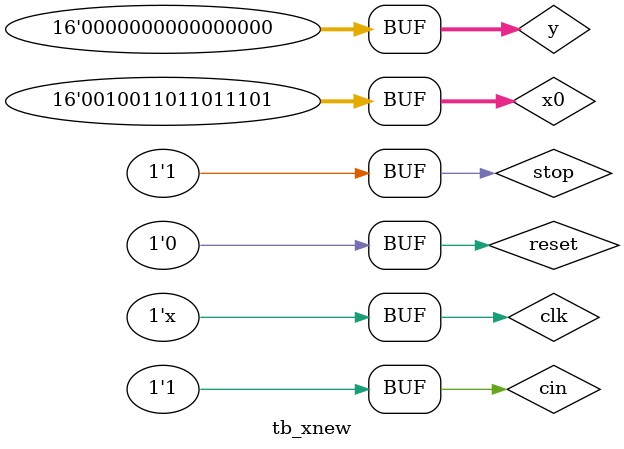
<source format=v>
`timescale 1ns / 1ps


module tb_xnew(
	);
	
	wire [15:0] x;
	reg [15:0] x0,y;
	
	wire xdone;
	reg cin,reset,stop,clk;
	
	initial
	begin
		clk=0;
		x0=16'b0010011011011101;
	end
	
	always
		#10 clk=~clk;
	
	xnew uut(x,xdone,x0,y,cin,reset,stop,clk);
	
	initial
	begin
		reset=1; stop=0;
		#25 reset=0; y=16'b0; cin=1; //y0
		// note: forget shifting
		#20 y=(16'b0010011011011101>>>1); cin=1; //y1
		#20 y=(16'b0011101001001011>>>2); cin=0; //y2
		#20 y=(16'b0011010101110000>>>3); cin=0; //y3
		#20 y=(16'b0011000100101111>>>4); cin=0; //y4
		#20 y=(16'b0010111010100101>>>5); cin=0; //y5
		#20 y=(16'b0010110101000110>>>6); cin=0; //y6                                          
		#20 y=(16'b0010110010010010>>>7); cin=1; //y7
		#20 y=(16'b0010110011101101>>>8); cin=1; //y8
		#20 y=(16'b0010110100011011>>>9); cin=1; //y9
		#20 y=(16'b0010110100110010>>>10); cin=1; //y10
		#20 y=(16'b0010110100111101>>>11); cin=1; //y11
		#20 y=(16'b0010110101000011>>>12); cin=0; //y12
		#20 y=(16'b0010110101000000>>>13); cin=1; //y13
		#20 y=(16'b0010110101000001>>>14); cin=0; //y14
		#20 y=(16'b0010110101000001>>>15); cin=1; //y15
		#10 stop=1;
		
	end
	
	
endmodule

</source>
